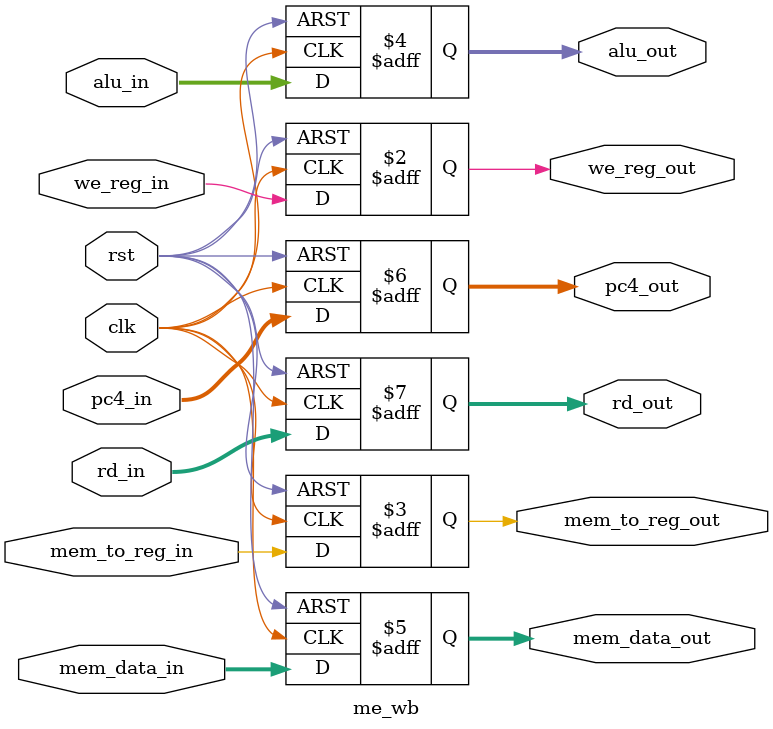
<source format=v>
`timescale 1ns / 1ps


module me_wb (
    input clk, rst,
    input we_reg_in, mem_to_reg_in,
    output reg we_reg_out, mem_to_reg_out,
    input [31:0] alu_in, mem_data_in, pc4_in,
    input [4:0] rd_in,
    output reg [31:0] alu_out, mem_data_out, pc4_out,
    output reg [4:0] rd_out
);

    always @(posedge clk or posedge rst) begin
        if (rst) begin
            we_reg_out <= 0; mem_to_reg_out <= 0;
            alu_out <= 0; mem_data_out <= 0; pc4_out <= 0; rd_out <= 0;
        end else begin
            we_reg_out <= we_reg_in; mem_to_reg_out <= mem_to_reg_in;
            alu_out <= alu_in; mem_data_out <= mem_data_in; pc4_out <= pc4_in; rd_out <= rd_in;
        end
    end
endmodule
</source>
